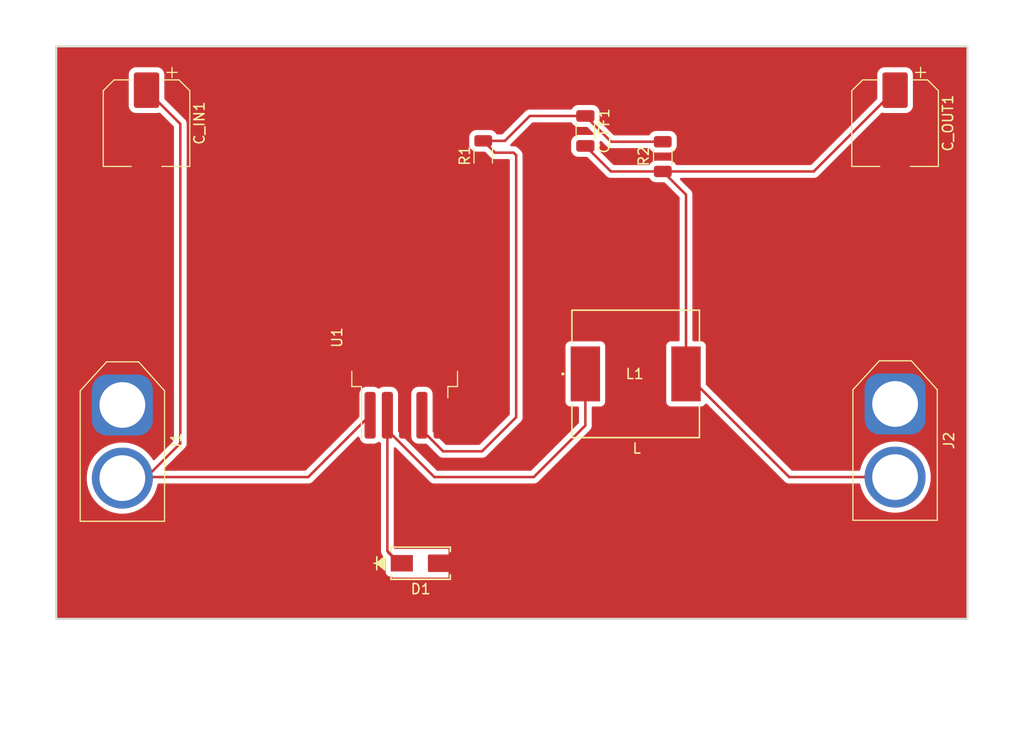
<source format=kicad_pcb>
(kicad_pcb (version 20221018) (generator pcbnew)
  (layers (0 "F.Cu" signal) (31 "B.Cu" signal) (34 "B.Paste" user) (35 "F.Paste" user) (36 "B.SilkS" user "B.Silkscreen") (37 "F.SilkS" user "F.Silkscreen") (38 "B.Mask" user) (39 "F.Mask" user) (44 "Edge.Cuts" user))
  (net 0 "")
  (net 1 "Net-(U1-FB)")
  (net 2 "GND")
  (net 3 "Net-(D1-K)")
  (net 4 "Net-(J2-Pin_2)")
  (net 5 "Net-(J1-Pin_2)")
  (footprint "Capacitor_SMD:CP_Elec_8x10" (layer "F.Cu") (at 116.018 88.3275 -90)
    (fp_text reference "C_IN1" (at 0 -5.2 90) (layer "F.SilkS"))
    (fp_text value "C_Polarized")
    (fp_line (start -5.5 -2.51) (end -4.5 -2.51) (stroke (width 0.12)) (layer "F.SilkS"))
    (fp_line (start -5 -3.01) (end -5 -2.01) (stroke (width 0.12)) (layer "F.SilkS"))
    (fp_line (start -4.26 -3.195563) (end -4.26 -1.51) (stroke (width 0.12)) (layer "F.SilkS"))
    (fp_line (start -4.26 -3.195563) (end -3.195563 -4.26) (stroke (width 0.12)) (layer "F.SilkS"))
    (fp_line (start -4.26 3.195563) (end -4.26 1.51) (stroke (width 0.12)) (layer "F.SilkS"))
    (fp_line (start -4.26 3.195563) (end -3.195563 4.26) (stroke (width 0.12)) (layer "F.SilkS"))
    (fp_line (start -3.195563 -4.26) (end 4.26 -4.26) (stroke (width 0.12)) (layer "F.SilkS"))
    (fp_line (start -3.195563 4.26) (end 4.26 4.26) (stroke (width 0.12)) (layer "F.SilkS"))
    (fp_line (start 4.26 -4.26) (end 4.26 -1.51) (stroke (width 0.12)) (layer "F.SilkS"))
    (fp_line (start 4.26 4.26) (end 4.26 1.51) (stroke (width 0.12)) (layer "F.SilkS"))
    (pad "1" smd roundrect (at -3.25 0 270) (size 3.5 2.5) (layers "F.Cu" "F.Paste" "F.Mask") (roundrect_rratio 0.1) (net 5 "Net-(J1-Pin_2)"))
    (pad "2" smd roundrect (at 3.25 0 270) (size 3.5 2.5) (layers "F.Cu" "F.Paste" "F.Mask") (roundrect_rratio 0.1) (net 2 "GND"))
  )
  (footprint "Resistor_SMD:R_1206_3216Metric" (layer "F.Cu") (at 149.1488 91.5309 90)
    (fp_text reference "R1" (at 0 -1.82 90) (layer "F.SilkS"))
    (fp_text value "R_Small_US")
    (fp_line (start -0.727064 -0.91) (end 0.727064 -0.91) (stroke (width 0.12)) (layer "F.SilkS"))
    (fp_line (start -0.727064 0.91) (end 0.727064 0.91) (stroke (width 0.12)) (layer "F.SilkS"))
    (pad "1" smd roundrect (at -1.4625 0 90) (size 1.125 1.75) (layers "F.Cu" "F.Paste" "F.Mask") (roundrect_rratio 0.2222222222) (net 2 "GND"))
    (pad "2" smd roundrect (at 1.4625 0 90) (size 1.125 1.75) (layers "F.Cu" "F.Paste" "F.Mask") (roundrect_rratio 0.2222222222) (net 1 "Net-(U1-FB)"))
  )
  (footprint "Capacitor_SMD:CP_Elec_8x10" (layer "F.Cu") (at 189.678 88.3275 -90)
    (fp_text reference "C_OUT1" (at 0 -5.2 90) (layer "F.SilkS"))
    (fp_text value "C_Polarized")
    (fp_line (start -5.5 -2.51) (end -4.5 -2.51) (stroke (width 0.12)) (layer "F.SilkS"))
    (fp_line (start -5 -3.01) (end -5 -2.01) (stroke (width 0.12)) (layer "F.SilkS"))
    (fp_line (start -4.26 -3.195563) (end -4.26 -1.51) (stroke (width 0.12)) (layer "F.SilkS"))
    (fp_line (start -4.26 -3.195563) (end -3.195563 -4.26) (stroke (width 0.12)) (layer "F.SilkS"))
    (fp_line (start -4.26 3.195563) (end -4.26 1.51) (stroke (width 0.12)) (layer "F.SilkS"))
    (fp_line (start -4.26 3.195563) (end -3.195563 4.26) (stroke (width 0.12)) (layer "F.SilkS"))
    (fp_line (start -3.195563 -4.26) (end 4.26 -4.26) (stroke (width 0.12)) (layer "F.SilkS"))
    (fp_line (start -3.195563 4.26) (end 4.26 4.26) (stroke (width 0.12)) (layer "F.SilkS"))
    (fp_line (start 4.26 -4.26) (end 4.26 -1.51) (stroke (width 0.12)) (layer "F.SilkS"))
    (fp_line (start 4.26 4.26) (end 4.26 1.51) (stroke (width 0.12)) (layer "F.SilkS"))
    (pad "1" smd roundrect (at -3.25 0 270) (size 3.5 2.5) (layers "F.Cu" "F.Paste" "F.Mask") (roundrect_rratio 0.1) (net 4 "Net-(J2-Pin_2)"))
    (pad "2" smd roundrect (at 3.25 0 270) (size 3.5 2.5) (layers "F.Cu" "F.Paste" "F.Mask") (roundrect_rratio 0.1) (net 2 "GND"))
  )
  (footprint "Mechatronic Footprints:AMASS_XT60-F_1x02_P7.20mm_Vertical" (layer "F.Cu") (at 189.678 115.9775 -90)
    (fp_text reference "J2" (at 3.6 -5.3 90) (layer "F.SilkS"))
    (fp_text value "Conn_01x02_Socket")
    (fp_line (start -4.25 -1.6) (end -4.25 1.55) (stroke (width 0.12)) (layer "F.SilkS"))
    (fp_line (start -4.25 1.55) (end -1.4 4.15) (stroke (width 0.12)) (layer "F.SilkS"))
    (fp_line (start -1.4 -4.15) (end -4.25 -1.6) (stroke (width 0.12)) (layer "F.SilkS"))
    (fp_line (start -1.4 4.15) (end 11.45 4.15) (stroke (width 0.12)) (layer "F.SilkS"))
    (fp_line (start 11.45 -4.15) (end -1.4 -4.15) (stroke (width 0.12)) (layer "F.SilkS"))
    (fp_line (start 11.45 4.15) (end 11.45 -4.15) (stroke (width 0.12)) (layer "F.SilkS"))
    (pad "1" thru_hole roundrect (at 0 0 270) (size 6 6) (drill 4.5) (layers "*.Cu" "*.Mask") (net 2 "GND"))
    (pad "2" thru_hole circle (at 7.2 0 270) (size 6 6) (drill 4.5) (layers "*.Cu" "*.Mask") (net 4 "Net-(J2-Pin_2)"))
  )
  (footprint "Mechatronic Footprints:AMASS_XT60-M_1x02_P7.20mm_Vertical" (layer "F.Cu") (at 113.6396 116.078 -90)
    (fp_text reference "J1" (at 3.6 -5.3 90) (layer "F.SilkS"))
    (fp_text value "Conn_01x02_Socket")
    (fp_line (start -4.25 -1.6) (end -4.25 1.55) (stroke (width 0.12)) (layer "F.SilkS"))
    (fp_line (start -4.25 1.55) (end -1.4 4.15) (stroke (width 0.12)) (layer "F.SilkS"))
    (fp_line (start -1.4 -4.15) (end -4.25 -1.6) (stroke (width 0.12)) (layer "F.SilkS"))
    (fp_line (start -1.4 4.15) (end 11.45 4.15) (stroke (width 0.12)) (layer "F.SilkS"))
    (fp_line (start 11.45 -4.15) (end -1.4 -4.15) (stroke (width 0.12)) (layer "F.SilkS"))
    (fp_line (start 11.45 4.15) (end 11.45 -4.15) (stroke (width 0.12)) (layer "F.SilkS"))
    (pad "1" thru_hole roundrect (at 0 0 270) (size 6 6) (drill 4.5) (layers "*.Cu" "*.Mask") (net 2 "GND"))
    (pad "2" thru_hole circle (at 7.2 0 270) (size 6 6) (drill 4.5) (layers "*.Cu" "*.Mask") (net 5 "Net-(J1-Pin_2)"))
  )
  (footprint "Mechatronic Footprints:CR_SMA_320-340AE_DIO" (layer "F.Cu") (at 142.9928 131.6611)
    (fp_text reference "D1" (at 0 2.54 unlocked) (layer "F.SilkS"))
    (fp_text value "D_Schottky")
    (fp_line (start -4.318 -0.635) (end -4.318 0.635) (stroke (width 0.1524)) (layer "F.SilkS"))
    (fp_line (start -4.318 0) (end -3.556 -0.635) (stroke (width 0.1524)) (layer "F.SilkS"))
    (fp_line (start -4.318 0) (end -3.556 -0.508) (stroke (width 0.1524)) (layer "F.SilkS"))
    (fp_line (start -4.318 0) (end -3.556 -0.381) (stroke (width 0.1524)) (layer "F.SilkS"))
    (fp_line (start -4.318 0) (end -3.556 -0.254) (stroke (width 0.1524)) (layer "F.SilkS"))
    (fp_line (start -4.318 0) (end -3.556 -0.127) (stroke (width 0.1524)) (layer "F.SilkS"))
    (fp_line (start -4.318 0) (end -3.556 0.127) (stroke (width 0.1524)) (layer "F.SilkS"))
    (fp_line (start -4.318 0) (end -3.556 0.254) (stroke (width 0.1524)) (layer "F.SilkS"))
    (fp_line (start -4.318 0) (end -3.556 0.381) (stroke (width 0.1524)) (layer "F.SilkS"))
    (fp_line (start -4.318 0) (end -3.556 0.508) (stroke (width 0.1524)) (layer "F.SilkS"))
    (fp_line (start -4.318 0) (end -3.556 0.635) (stroke (width 0.1524)) (layer "F.SilkS"))
    (fp_line (start -3.556 -0.635) (end -3.556 0.635) (stroke (width 0.1524)) (layer "F.SilkS"))
    (fp_line (start -3.302 0) (end -4.572 0) (stroke (width 0.1524)) (layer "F.SilkS"))
    (fp_line (start -2.921 -1.5875) (end -2.921 -1.14554) (stroke (width 0.1524)) (layer "F.SilkS"))
    (fp_line (start -2.921 1.14554) (end -2.921 1.5875) (stroke (width 0.1524)) (layer "F.SilkS"))
    (fp_line (start -2.921 1.5875) (end 2.921 1.5875) (stroke (width 0.1524)) (layer "F.SilkS"))
    (fp_line (start 2.921 -1.5875) (end -2.921 -1.5875) (stroke (width 0.1524)) (layer "F.SilkS"))
    (fp_line (start 2.921 -1.14554) (end 2.921 -1.5875) (stroke (width 0.1524)) (layer "F.SilkS"))
    (fp_line (start 2.921 1.5875) (end 2.921 1.14554) (stroke (width 0.1524)) (layer "F.SilkS"))
    (pad "1" smd rect (at -1.8542 0 90) (size 1.6256 2.1844) (layers "F.Cu" "F.Paste" "F.Mask") (net 3 "Net-(D1-K)"))
    (pad "2" smd rect (at 1.8542 0 90) (size 1.6256 2.1844) (layers "F.Cu" "F.Paste" "F.Mask") (net 2 "GND"))
    (zone (net 0) (net_name "") (layer "F.Cu") (connect_pads (clearance 0)) (min_thickness 0.254)
      (keepout (tracks not_allowed) (vias not_allowed) (pads allowed) (copperpour not_allowed) (footprints allowed))
      (fill (thermal_gap 0.508) (thermal_bridge_width 0.508))
      (polygon (pts (xy 140.2496 130.2514) (xy 145.736 130.2514) (xy 145.736 130.7975) (xy 140.2496 130.7975)))
    )
    (zone (net 0) (net_name "") (layer "F.Cu") (connect_pads (clearance 0)) (min_thickness 0.254)
      (keepout (tracks not_allowed) (vias not_allowed) (pads allowed) (copperpour not_allowed) (footprints allowed))
      (fill (thermal_gap 0.508) (thermal_bridge_width 0.508))
      (polygon (pts (xy 140.2496 132.5247) (xy 145.736 132.5247) (xy 145.736 133.0708) (xy 140.2496 133.0708)))
    )
    (zone (net 0) (net_name "") (layer "F.Cu") (connect_pads (clearance 0)) (min_thickness 0.254)
      (keepout (tracks not_allowed) (vias not_allowed) (pads allowed) (copperpour not_allowed) (footprints allowed))
      (fill (thermal_gap 0.508) (thermal_bridge_width 0.508))
      (polygon (pts (xy 142.2816 130.7975) (xy 143.704 130.7975) (xy 143.704 132.5247) (xy 142.2816 132.5247)))
    )
  )
  (footprint "Package_TO_SOT_SMD:TO-263-5_TabPin3" (layer "F.Cu") (at 141.418 109.4375 90)
    (fp_text reference "U1" (at 0 -6.65 90) (layer "F.SilkS"))
    (fp_text value "LM2596S-ADJ")
    (fp_line (start -4.825 -5.2) (end -4.825 -4.25) (stroke (width 0.12)) (layer "F.SilkS"))
    (fp_line (start -4.825 -4.25) (end -9.95 -4.25) (stroke (width 0.12)) (layer "F.SilkS"))
    (fp_line (start -4.825 4.25) (end -5.925 4.25) (stroke (width 0.12)) (layer "F.SilkS"))
    (fp_line (start -4.825 5.2) (end -4.825 4.25) (stroke (width 0.12)) (layer "F.SilkS"))
    (fp_line (start -3.325 -5.2) (end -4.825 -5.2) (stroke (width 0.12)) (layer "F.SilkS"))
    (fp_line (start -3.325 5.2) (end -4.825 5.2) (stroke (width 0.12)) (layer "F.SilkS"))
    (pad "1" smd roundrect (at -7.65 -3.4 90) (size 4.6 1.1) (layers "F.Cu" "F.Paste" "F.Mask") (roundrect_rratio 0.2272727273) (net 5 "Net-(J1-Pin_2)"))
    (pad "2" smd roundrect (at -7.65 -1.7 90) (size 4.6 1.1) (layers "F.Cu" "F.Paste" "F.Mask") (roundrect_rratio 0.2272727273) (net 3 "Net-(D1-K)"))
    (pad "3" smd roundrect (at -7.65 0 90) (size 4.6 1.1) (layers "F.Cu" "F.Paste" "F.Mask") (roundrect_rratio 0.2272727273) (net 2 "GND"))
    (pad "3" smd roundrect (at -0.925 -2.775 90) (size 4.55 5.25) (layers "F.Cu" "F.Paste") (roundrect_rratio 0.05494505495) (net 2 "GND"))
    (pad "3" smd roundrect (at -0.925 2.775 90) (size 4.55 5.25) (layers "F.Cu" "F.Paste") (roundrect_rratio 0.05494505495) (net 2 "GND"))
    (pad "3" smd roundrect (at 1.5 0 90) (size 9.4 10.8) (layers "F.Cu" "F.Mask") (roundrect_rratio 0.02659595745) (net 2 "GND"))
    (pad "3" smd roundrect (at 3.925 -2.775 90) (size 4.55 5.25) (layers "F.Cu" "F.Paste") (roundrect_rratio 0.05494505495) (net 2 "GND"))
    (pad "3" smd roundrect (at 3.925 2.775 90) (size 4.55 5.25) (layers "F.Cu" "F.Paste") (roundrect_rratio 0.05494505495) (net 2 "GND"))
    (pad "4" smd roundrect (at -7.65 1.7 90) (size 4.6 1.1) (layers "F.Cu" "F.Paste" "F.Mask") (roundrect_rratio 0.2272727273) (net 1 "Net-(U1-FB)"))
    (pad "5" smd roundrect (at -7.65 3.4 90) (size 4.6 1.1) (layers "F.Cu" "F.Paste" "F.Mask") (roundrect_rratio 0.2272727273) (net 2 "GND"))
  )
  (footprint "Capacitor_SMD:C_1206_3216Metric" (layer "F.Cu") (at 159.198 89.0925 -90)
    (fp_text reference "C_FF1" (at 0 -1.85 90) (layer "F.SilkS"))
    (fp_text value "C")
    (fp_line (start -0.711252 -0.91) (end 0.711252 -0.91) (stroke (width 0.12)) (layer "F.SilkS"))
    (fp_line (start -0.711252 0.91) (end 0.711252 0.91) (stroke (width 0.12)) (layer "F.SilkS"))
    (pad "1" smd roundrect (at -1.475 0 270) (size 1.15 1.8) (layers "F.Cu" "F.Paste" "F.Mask") (roundrect_rratio 0.2173913043) (net 1 "Net-(U1-FB)"))
    (pad "2" smd roundrect (at 1.475 0 270) (size 1.15 1.8) (layers "F.Cu" "F.Paste" "F.Mask") (roundrect_rratio 0.2173913043) (net 4 "Net-(J2-Pin_2)"))
  )
  (footprint "Resistor_SMD:R_1206_3216Metric" (layer "F.Cu") (at 166.818 91.62 -90)
    (fp_text reference "R2" (at -0.032298 1.885319 90) (layer "F.SilkS"))
    (fp_text value "R_Small_US")
    (fp_line (start -0.727064 -0.91) (end 0.727064 -0.91) (stroke (width 0.12)) (layer "F.SilkS"))
    (fp_line (start -0.727064 0.91) (end 0.727064 0.91) (stroke (width 0.12)) (layer "F.SilkS"))
    (pad "1" smd roundrect (at -1.4625 0 270) (size 1.125 1.75) (layers "F.Cu" "F.Paste" "F.Mask") (roundrect_rratio 0.2222222222) (net 1 "Net-(U1-FB)"))
    (pad "2" smd roundrect (at 1.4625 0 270) (size 1.125 1.75) (layers "F.Cu" "F.Paste" "F.Mask") (roundrect_rratio 0.2222222222) (net 4 "Net-(J2-Pin_2)"))
  )
  (footprint "CDRH127_LDNP-470MC:IND_CDRH127_LDNP-470MC_SUM" (layer "F.Cu") (at 164.151 113.0175)
    (fp_text reference "L1" (at -0.1016 0) (layer "F.SilkS"))
    (fp_text value "L" (at 0.101471 7.339207) (layer "F.SilkS"))
    (fp_line (start -6.2738 -6.2738) (end -6.2738 -3.048) (stroke (width 0.1524)) (layer "F.SilkS"))
    (fp_line (start -6.2738 3.048) (end -6.2738 6.2738) (stroke (width 0.1524)) (layer "F.SilkS"))
    (fp_line (start -6.2738 6.2738) (end 6.2738 6.2738) (stroke (width 0.1524)) (layer "F.SilkS"))
    (fp_line (start 6.2738 -6.2738) (end -6.2738 -6.2738) (stroke (width 0.1524)) (layer "F.SilkS"))
    (fp_line (start 6.2738 -3.048) (end 6.2738 -6.2738) (stroke (width 0.1524)) (layer "F.SilkS"))
    (fp_line (start 6.2738 6.2738) (end 6.2738 3.048) (stroke (width 0.1524)) (layer "F.SilkS"))
    (fp_arc (start -7.239 0) (mid -7.1628 -0.0762) (end -7.0866 0) (stroke (width 0.1524)) (layer "F.SilkS"))
    (fp_arc (start -7.0866 0) (mid -7.1628 0.0762) (end -7.239 0) (stroke (width 0.1524)) (layer "F.SilkS"))
    (pad "1" smd rect (at -4.953 0) (size 2.8956 5.4102) (layers "F.Cu" "F.Paste" "F.Mask") (net 3 "Net-(D1-K)"))
    (pad "2" smd rect (at 4.953 0) (size 2.8956 5.4102) (layers "F.Cu" "F.Paste" "F.Mask") (net 4 "Net-(J2-Pin_2)"))
  )
  (gr_rect (start 107.1372 80.772) (end 196.79 137.135) (stroke (width 0.2)) (fill none) (layer "Edge.Cuts"))
  (segment (start 145.204827 120.6375) (end 143.118 118.550673) (width 0.25) (layer "F.Cu") (net 1))
  (segment (start 159.198 87.6175) (end 153.733 87.6175) (width 0.25) (layer "F.Cu") (net 1))
  (segment (start 149.038 120.6375) (end 145.204827 120.6375) (width 0.25) (layer "F.Cu") (net 1))
  (segment (start 161.738 90.1575) (end 166.818 90.1575) (width 0.25) (layer "F.Cu") (net 1))
  (segment (start 143.118 118.550673) (end 143.118 117.0875) (width 0.25) (layer "F.Cu") (net 1))
  (segment (start 152.393 91.4838) (end 152.393 117.2825) (width 0.25) (layer "F.Cu") (net 1))
  (segment (start 152.393 117.2825) (end 149.038 120.6375) (width 0.25) (layer "F.Cu") (net 1))
  (segment (start 153.733 87.6175) (end 151.2821 90.0684) (width 0.25) (layer "F.Cu") (net 1))
  (segment (start 152.146 91.2368) (end 152.393 91.4838) (width 0.25) (layer "F.Cu") (net 1))
  (segment (start 159.198 87.6175) (end 161.738 90.1575) (width 0.25) (layer "F.Cu") (net 1))
  (segment (start 151.2821 90.0684) (end 149.1488 90.0684) (width 0.25) (layer "F.Cu") (net 1))
  (segment (start 149.1488 90.0684) (end 150.3172 91.2368) (width 0.25) (layer "F.Cu") (net 1))
  (segment (start 150.3172 91.2368) (end 152.146 91.2368) (width 0.25) (layer "F.Cu") (net 1))
  (segment (start 159.198 113.0175) (end 159.198 118.0975) (width 0.25) (layer "F.Cu") (net 3))
  (segment (start 141.1386 131.6611) (end 140.8592 131.6611) (width 0.25) (layer "F.Cu") (net 3))
  (segment (start 139.718 130.442678) (end 139.718 117.0875) (width 0.25) (layer "F.Cu") (net 3))
  (segment (start 140.8592 131.6611) (end 139.7964 130.5983) (width 0.25) (layer "F.Cu") (net 3))
  (segment (start 144.344827 123.1775) (end 139.718 118.550673) (width 0.25) (layer "F.Cu") (net 3))
  (segment (start 154.118 123.1775) (end 144.344827 123.1775) (width 0.25) (layer "F.Cu") (net 3))
  (segment (start 139.718 118.550673) (end 139.718 117.0875) (width 0.25) (layer "F.Cu") (net 3))
  (segment (start 140.936422 131.6611) (end 139.718 130.442678) (width 0.25) (layer "F.Cu") (net 3))
  (segment (start 159.198 118.0975) (end 154.118 123.1775) (width 0.25) (layer "F.Cu") (net 3))
  (segment (start 141.1386 131.6611) (end 140.936422 131.6611) (width 0.25) (layer "F.Cu") (net 3))
  (segment (start 169.104 95.3685) (end 166.818 93.0825) (width 0.25) (layer "F.Cu") (net 4))
  (segment (start 169.104 113.0175) (end 169.104 95.3685) (width 0.25) (layer "F.Cu") (net 4))
  (segment (start 166.818 93.0825) (end 161.713 93.0825) (width 0.25) (layer "F.Cu") (net 4))
  (segment (start 179.264 123.1775) (end 169.104 113.0175) (width 0.25) (layer "F.Cu") (net 4))
  (segment (start 189.678 123.1775) (end 179.264 123.1775) (width 0.25) (layer "F.Cu") (net 4))
  (segment (start 181.673 93.0825) (end 166.818 93.0825) (width 0.25) (layer "F.Cu") (net 4))
  (segment (start 161.713 93.0825) (end 159.198 90.5675) (width 0.25) (layer "F.Cu") (net 4))
  (segment (start 189.678 85.0775) (end 181.673 93.0825) (width 0.25) (layer "F.Cu") (net 4))
  (segment (start 116.018 85.0775) (end 119.343 88.4025) (width 0.25) (layer "F.Cu") (net 5))
  (segment (start 113.7401 123.1775) (end 131.928 123.1775) (width 0.25) (layer "F.Cu") (net 5))
  (segment (start 119.343 119.8525) (end 115.9175 123.278) (width 0.25) (layer "F.Cu") (net 5))
  (segment (start 119.343 88.4025) (end 119.343 119.8525) (width 0.25) (layer "F.Cu") (net 5))
  (segment (start 115.9175 123.278) (end 113.6396 123.278) (width 0.25) (layer "F.Cu") (net 5))
  (segment (start 131.928 123.1775) (end 138.018 117.0875) (width 0.25) (layer "F.Cu") (net 5))
  (segment (start 113.6396 123.278) (end 113.7401 123.1775) (width 0.25) (layer "F.Cu") (net 5))
  (zone (net 2) (net_name "GND") (layer "F.Cu") (connect_pads yes (clearance 0.5)) (min_thickness 0.25) (fill yes (thermal_gap 0.5) (thermal_bridge_width 0.5))
    (polygon (pts (xy 101.6 76.2) (xy 202.365381 76.221129) (xy 202.370664 149.833588) (xy 101.6 149.86)))
  )
)
</source>
